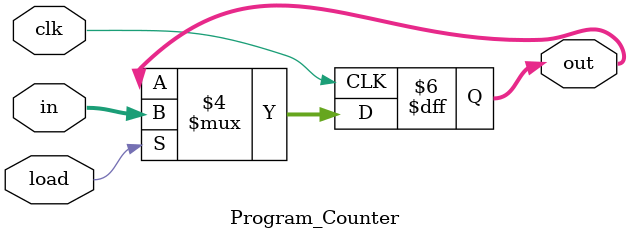
<source format=sv>
module Program_Counter(clk,load,in,out);
input clk,load;
input [8:0] in;
output reg [8:0] out;

always_ff@(posedge clk)begin //ff for load

	if(load==1'b1)begin
	out=in;
	end else begin
	out=out;
end end

endmodule
</source>
